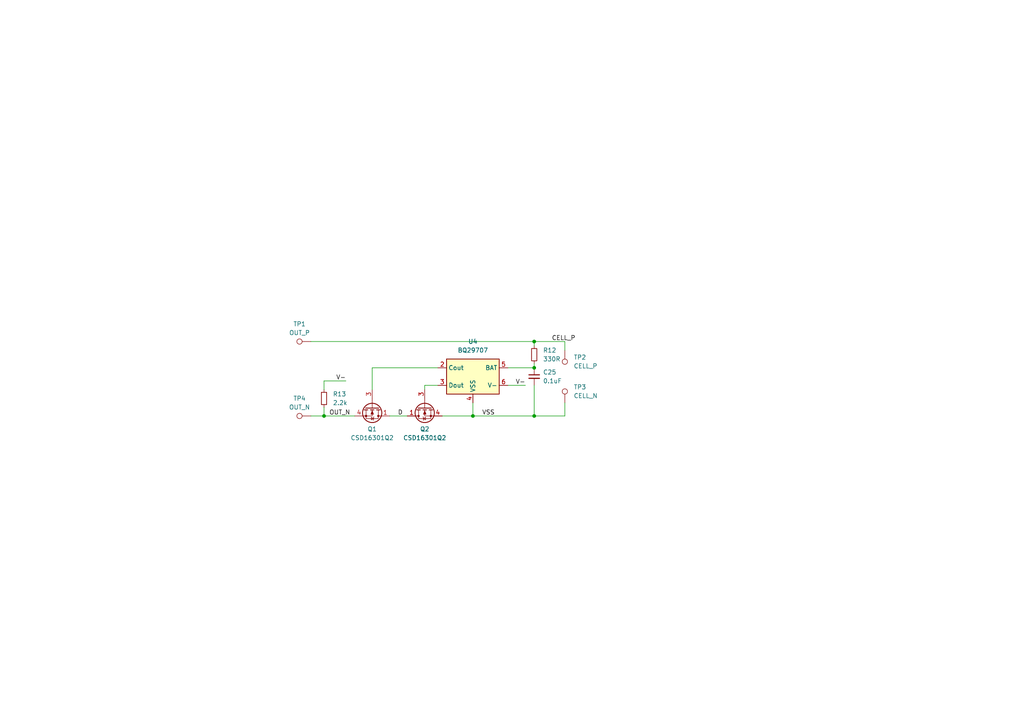
<source format=kicad_sch>
(kicad_sch (version 20240417) (generator "eeschema") (generator_version "8.99")
  (paper "A4")
  (title_block (comment 1 "https://github.com/zhiayang/mikoto"))
  (lib_symbols
    (symbol "Battery_Management:BQ297xy"
      (property "Reference" "U" (at -6.35 6.35 0))
      (property "Value" "BQ297xy" (at 5.08 -6.35 0))
      (symbol "BQ297xy_0_1"
        (rectangle (start -7.62 5.08) (end 7.62 -5.08) (stroke (width 0.254)) (fill (type background)))
      )
      (symbol "BQ297xy_1_1"
        (pin no_connect line (at 7.62 0 180) (length 2.54) hide (name "NC") (number "1"))
        (pin output line (at 10.16 2.54 180) (length 2.54) (name "Cout") (number "2"))
        (pin output line (at 10.16 -2.54 180) (length 2.54) (name "Dout") (number "3"))
        (pin power_in line (at 0 -7.62 90) (length 2.54) (name "VSS") (number "4"))
        (pin input line (at -10.16 2.54 0) (length 2.54) (name "BAT") (number "5"))
        (pin input line (at -10.16 -2.54 0) (length 2.54) (name "V-") (number "6"))
      )
    )
    (symbol "Connector:TestPoint" (pin_numbers hide) (pin_names (offset 0.762) hide)
      (property "Reference" "TP" (at 0 6.858 0))
      (property "Value" "TestPoint" (at 0 5.08 0))
      (symbol "TestPoint_0_1"
        (circle (center 0 3.302) (radius 0.762))
      )
      (symbol "TestPoint_1_1"
        (pin passive line (at 0 0 90) (length 2.54) (name "1") (number "1"))
      )
    )
    (symbol "Device:C_Small" (pin_numbers hide) (pin_names (offset 0.254) hide)
      (property "Reference" "C" (at 0.254 1.778 0))
      (property "Value" "C_Small" (at 0.254 -2.032 0))
      (symbol "C_Small_0_1"
        (polyline (pts (xy -1.524 0.508) (xy 1.524 0.508)) (stroke (width 0.3048)))
        (polyline (pts (xy -1.524 -0.508) (xy 1.524 -0.508)) (stroke (width 0.3302)))
      )
      (symbol "C_Small_1_1"
        (pin passive line (at 0 2.54 270) (length 2.032) (name "~") (number "1"))
        (pin passive line (at 0 -2.54 90) (length 2.032) (name "~") (number "2"))
      )
    )
    (symbol "Device:R_Small" (pin_numbers hide) (pin_names (offset 0.254) hide)
      (property "Reference" "R" (at 0.762 0.508 0))
      (property "Value" "R_Small" (at 0.762 -1.016 0))
      (symbol "R_Small_0_1"
        (rectangle (start -0.762 1.778) (end 0.762 -1.778) (stroke (width 0.2032)))
      )
      (symbol "R_Small_1_1"
        (pin passive line (at 0 2.54 270) (length 0.762) (name "~") (number "1"))
        (pin passive line (at 0 -2.54 90) (length 0.762) (name "~") (number "2"))
      )
    )
    (symbol "Transistor_FET:CSD16301Q2" (pin_names hide)
      (property "Reference" "Q" (at 5.08 1.905 0))
      (property "Value" "CSD16301Q2" (at 5.08 0 0))
      (symbol "CSD16301Q2_0_1"
        (polyline (pts (xy 0.254 1.905) (xy 0.254 -1.905)) (stroke (width 0.254)))
        (polyline (pts (xy 0.254 0) (xy -2.54 0)))
        (polyline (pts (xy 0.762 2.286) (xy 0.762 1.27)) (stroke (width 0.254)))
        (polyline (pts (xy 0.762 0.508) (xy 0.762 -0.508)) (stroke (width 0.254)))
        (polyline (pts (xy 0.762 -1.27) (xy 0.762 -2.286)) (stroke (width 0.254)))
        (polyline (pts (xy 0.762 -1.778) (xy 3.302 -1.778) (xy 3.302 1.778) (xy 0.762 1.778)))
        (polyline (pts (xy 1.016 0) (xy 2.032 0.381) (xy 2.032 -0.381) (xy 1.016 0)) (fill (type outline)))
        (circle (center 1.651 0) (radius 2.794) (stroke (width 0.254)))
        (polyline (pts (xy 2.54 2.54) (xy 2.54 1.778)))
        (circle (center 2.54 1.778) (radius 0.254) (fill (type outline)))
        (circle (center 2.54 -1.778) (radius 0.254) (fill (type outline)))
        (polyline (pts (xy 2.54 -2.54) (xy 2.54 0) (xy 0.762 0)))
        (polyline (pts (xy 2.794 0.508) (xy 2.921 0.381) (xy 3.683 0.381) (xy 3.81 0.254)))
        (polyline (pts (xy 3.302 0.381) (xy 2.921 -0.254) (xy 3.683 -0.254) (xy 3.302 0.381)))
      )
      (symbol "CSD16301Q2_1_1"
        (pin passive line (at 2.54 5.08 270) (length 2.54) (name "D") (number "1"))
        (pin passive line (at 2.54 5.08 270) (length 2.54) hide (name "D") (number "2"))
        (pin passive line (at -5.08 0 0) (length 2.54) (name "G") (number "3"))
        (pin passive line (at 2.54 -5.08 90) (length 2.54) (name "S") (number "4"))
        (pin passive line (at 2.54 5.08 270) (length 2.54) hide (name "D") (number "5"))
        (pin passive line (at 2.54 5.08 270) (length 2.54) hide (name "D") (number "6"))
        (pin passive line (at 2.54 -5.08 90) (length 2.54) hide (name "S") (number "7"))
        (pin passive line (at 2.54 5.08 270) (length 2.54) hide (name "D") (number "8"))
      )
    )
  )
  (junction (at 154.94 99.06))
  (junction (at 137.16 120.65))
  (junction (at 93.98 120.65))
  (junction (at 154.94 120.65))
  (junction (at 154.94 106.68))
  (wire (pts (xy 127 106.68) (xy 107.95 106.68)))
  (wire (pts (xy 137.16 116.84) (xy 137.16 120.65)))
  (wire (pts (xy 123.19 111.76) (xy 123.19 113.03)))
  (wire (pts (xy 127 111.76) (xy 123.19 111.76)))
  (wire (pts (xy 154.94 100.33) (xy 154.94 99.06)))
  (wire (pts (xy 163.83 101.6) (xy 163.83 99.06)))
  (wire (pts (xy 118.11 120.65) (xy 113.03 120.65)))
  (wire (pts (xy 90.17 120.65) (xy 93.98 120.65)))
  (wire (pts (xy 93.98 118.11) (xy 93.98 120.65)))
  (wire (pts (xy 154.94 111.76) (xy 154.94 120.65)))
  (wire (pts (xy 93.98 120.65) (xy 102.87 120.65)))
  (wire (pts (xy 163.83 116.84) (xy 163.83 120.65)))
  (wire (pts (xy 90.17 99.06) (xy 154.94 99.06)))
  (wire (pts (xy 107.95 106.68) (xy 107.95 113.03)))
  (wire (pts (xy 154.94 105.41) (xy 154.94 106.68)))
  (wire (pts (xy 137.16 120.65) (xy 128.27 120.65)))
  (wire (pts (xy 100.33 110.49) (xy 93.98 110.49)))
  (wire (pts (xy 163.83 99.06) (xy 154.94 99.06)))
  (wire (pts (xy 93.98 110.49) (xy 93.98 113.03)))
  (wire (pts (xy 154.94 120.65) (xy 137.16 120.65)))
  (wire (pts (xy 152.4 111.76) (xy 147.32 111.76)))
  (wire (pts (xy 163.83 120.65) (xy 154.94 120.65)))
  (wire (pts (xy 147.32 106.68) (xy 154.94 106.68)))
  (label "VSS" (at 143.51 120.65 180))
  (label "V-" (at 152.4 111.76 180))
  (label "CELL_P" (at 160.02 99.06 0))
  (label "OUT_N" (at 101.6 120.65 180))
  (label "V-" (at 100.33 110.49 180))
  (label "D" (at 116.84 120.65 180))
  (symbol (lib_id "Device:R_Small") (at 93.98 115.57 0) (unit 1)
    (property "Reference" "R13" (at 96.52 114.2999 0) (effects (justify left)))
    (property "Value" "2.2k" (at 96.52 116.8399 0) (effects (justify left)))
    (property "Footprint" "Resistor_SMD:R_0402_1005Metric" (effects (hide yes)))
    (property "Description" "Resistor, small symbol" (effects (hide yes)))
    (property "LCSC" "C25879" (effects (hide yes)))
  )
  (symbol (lib_id "Device:C_Small") (at 154.94 109.22 0) (unit 1)
    (property "Reference" "C25" (at 157.48 107.9562 0) (effects (justify left)))
    (property "Value" "0.1uF" (at 157.48 110.4962 0) (effects (justify left)))
    (property "Footprint" "Capacitor_SMD:C_0402_1005Metric" (effects (hide yes)))
    (property "Description" "Unpolarized capacitor, small symbol" (effects (hide yes)))
    (property "LCSC" "C307331" (effects (hide yes)))
  )
  (symbol (lib_id "Transistor_FET:CSD16301Q2") (at 107.95 118.11 270) (unit 1)
    (property "Reference" "Q1" (at 107.95 124.46 90))
    (property "Value" "CSD16301Q2" (at 107.95 127 90))
    (property "Footprint" "Package_SON:Texas_DQK" (effects (hide yes)))
    (property "Datasheet" "http://www.ti.com/lit/ds/symlink/csd16301q2.pdf" (effects (hide yes)))
    (property "Description" "5A Id, 25V Vds, NexFET N-Channel Power MOSFET, 19mOhm Ron, SON-6" (effects (hide yes)))
    (property "LCSC" "C140340" (effects (hide yes)))
  )
  (symbol (lib_id "Battery_Management:BQ297xy") (at 137.16 109.22 0) (mirror y) (unit 1)
    (property "Reference" "U4" (at 137.16 99.06 0))
    (property "Value" "BQ29707" (at 137.16 101.6 0))
    (property "Footprint" "Package_SON:WSON-6_1.5x1.5mm_P0.5mm" (effects (hide yes)))
    (property "Datasheet" "http://www.ti.com/lit/ds/symlink/bq2970.pdf" (effects (hide yes)))
    (property "Description" "Voltage and Current Protection for Single-Cell Li-Ion and Li-Polymer Batteries" (effects (hide yes)))
    (property "LCSC" "C2864878" (effects (hide yes)))
  )
  (symbol (lib_id "Device:R_Small") (at 154.94 102.87 0) (unit 1)
    (property "Reference" "R12" (at 157.48 101.5999 0) (effects (justify left)))
    (property "Value" "330R" (at 157.48 104.1399 0) (effects (justify left)))
    (property "Footprint" "Resistor_SMD:R_0402_1005Metric" (effects (hide yes)))
    (property "Description" "Resistor, small symbol" (effects (hide yes)))
    (property "LCSC" "C25104" (effects (hide yes)))
  )
  (symbol (lib_id "Connector:TestPoint") (at 163.83 116.84 0) (unit 1)
    (property "Reference" "TP3" (at 166.37 112.2679 0) (effects (justify left)))
    (property "Value" "CELL_N" (at 166.37 114.8079 0) (effects (justify left)))
    (property "Footprint" "TestPoint:TestPoint_Pad_4.0x4.0mm" (effects (hide yes)))
    (property "Description" "test point" (effects (hide yes)))
  )
  (symbol (lib_id "Connector:TestPoint") (at 163.83 101.6 180) (unit 1)
    (property "Reference" "TP2" (at 166.37 103.6319 0) (effects (justify right)))
    (property "Value" "CELL_P" (at 166.37 106.1719 0) (effects (justify right)))
    (property "Footprint" "TestPoint:TestPoint_Pad_4.0x4.0mm" (effects (hide yes)))
    (property "Description" "test point" (effects (hide yes)))
  )
  (symbol (lib_id "Connector:TestPoint") (at 90.17 120.65 90) (unit 1)
    (property "Reference" "TP4" (at 86.868 115.57 90))
    (property "Value" "OUT_N" (at 86.868 118.11 90))
    (property "Footprint" "TestPoint:TestPoint_Pad_4.0x4.0mm" (effects (hide yes)))
    (property "Description" "test point" (effects (hide yes)))
  )
  (symbol (lib_id "Connector:TestPoint") (at 90.17 99.06 90) (unit 1)
    (property "Reference" "TP1" (at 86.868 93.98 90))
    (property "Value" "OUT_P" (at 86.868 96.52 90))
    (property "Footprint" "TestPoint:TestPoint_Pad_4.0x4.0mm" (effects (hide yes)))
    (property "Description" "test point" (effects (hide yes)))
  )
  (symbol (lib_id "Transistor_FET:CSD16301Q2") (at 123.19 118.11 90) (mirror x) (unit 1)
    (property "Reference" "Q2" (at 123.19 124.46 90))
    (property "Value" "CSD16301Q2" (at 123.19 127 90))
    (property "Footprint" "Package_SON:Texas_DQK" (effects (hide yes)))
    (property "Datasheet" "http://www.ti.com/lit/ds/symlink/csd16301q2.pdf" (effects (hide yes)))
    (property "Description" "5A Id, 25V Vds, NexFET N-Channel Power MOSFET, 19mOhm Ron, SON-6" (effects (hide yes)))
    (property "LCSC" "C140340" (effects (hide yes)))
  )
)
</source>
